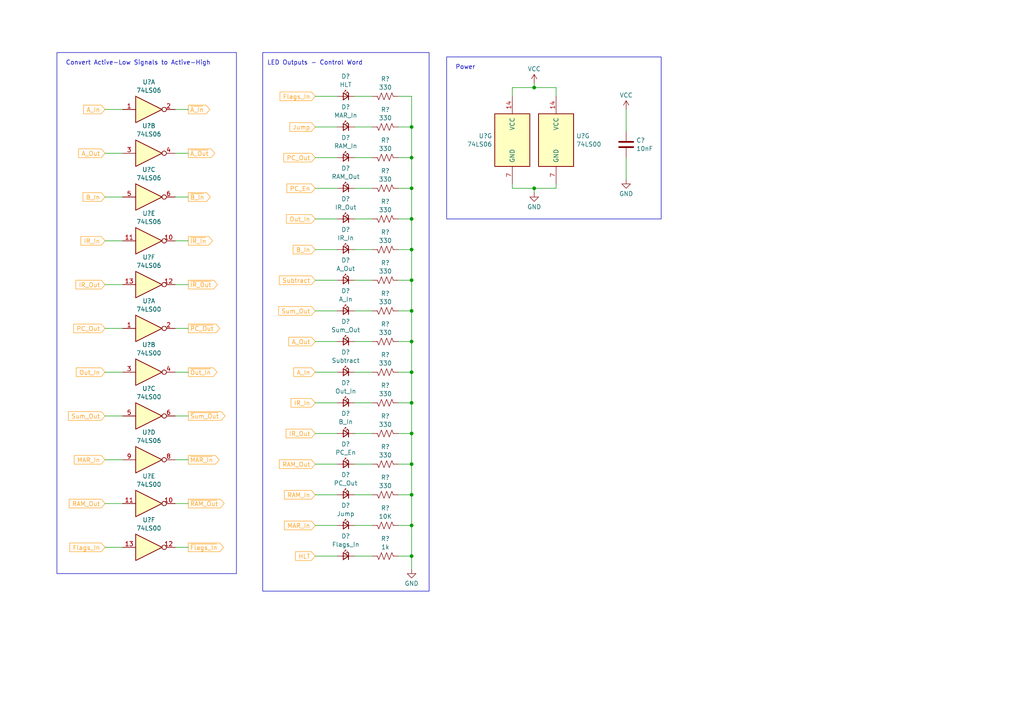
<source format=kicad_sch>
(kicad_sch (version 20230121) (generator eeschema)
  (paper "A4")
  (title_block (title "Control Word") (date "2024-01-22") (rev "1.0"))
  (lib_symbols
    (symbol "74xx:74LS06" (pin_names (offset 1.016))
      (property "Reference" "U" (at 0 1.27 0))
      (property "Value" "74LS06" (at 0 -1.27 0))
      (symbol "74LS06_1_0"
        (polyline (pts (xy -3.81 3.81) (xy -3.81 -3.81) (xy 3.81 0) (xy -3.81 3.81)) (stroke (width 0.254)) (fill (type background)))
        (pin input line (at -7.62 0 0) (length 3.81) (name "~") (number "1"))
        (pin open_collector inverted (at 7.62 0 180) (length 3.81) (name "~") (number "2"))
      )
      (symbol "74LS06_2_0"
        (polyline (pts (xy -3.81 3.81) (xy -3.81 -3.81) (xy 3.81 0) (xy -3.81 3.81)) (stroke (width 0.254)) (fill (type background)))
        (pin input line (at -7.62 0 0) (length 3.81) (name "~") (number "3"))
        (pin open_collector inverted (at 7.62 0 180) (length 3.81) (name "~") (number "4"))
      )
      (symbol "74LS06_3_0"
        (polyline (pts (xy -3.81 3.81) (xy -3.81 -3.81) (xy 3.81 0) (xy -3.81 3.81)) (stroke (width 0.254)) (fill (type background)))
        (pin input line (at -7.62 0 0) (length 3.81) (name "~") (number "5"))
        (pin open_collector inverted (at 7.62 0 180) (length 3.81) (name "~") (number "6"))
      )
      (symbol "74LS06_4_0"
        (polyline (pts (xy -3.81 3.81) (xy -3.81 -3.81) (xy 3.81 0) (xy -3.81 3.81)) (stroke (width 0.254)) (fill (type background)))
        (pin open_collector inverted (at 7.62 0 180) (length 3.81) (name "~") (number "8"))
        (pin input line (at -7.62 0 0) (length 3.81) (name "~") (number "9"))
      )
      (symbol "74LS06_5_0"
        (polyline (pts (xy -3.81 3.81) (xy -3.81 -3.81) (xy 3.81 0) (xy -3.81 3.81)) (stroke (width 0.254)) (fill (type background)))
        (pin open_collector inverted (at 7.62 0 180) (length 3.81) (name "~") (number "10"))
        (pin input line (at -7.62 0 0) (length 3.81) (name "~") (number "11"))
      )
      (symbol "74LS06_6_0"
        (polyline (pts (xy -3.81 3.81) (xy -3.81 -3.81) (xy 3.81 0) (xy -3.81 3.81)) (stroke (width 0.254)) (fill (type background)))
        (pin open_collector inverted (at 7.62 0 180) (length 3.81) (name "~") (number "12"))
        (pin input line (at -7.62 0 0) (length 3.81) (name "~") (number "13"))
      )
      (symbol "74LS06_7_0"
        (pin power_in line (at 0 12.7 270) (length 5.08) (name "VCC") (number "14"))
        (pin power_in line (at 0 -12.7 90) (length 5.08) (name "GND") (number "7"))
      )
      (symbol "74LS06_7_1"
        (rectangle (start -5.08 7.62) (end 5.08 -7.62) (stroke (width 0.254)) (fill (type background)))
      )
    )
    (symbol "Device:C" (pin_numbers hide) (pin_names (offset 0.254))
      (property "Reference" "C" (at 0.635 2.54 0))
      (property "Value" "C" (at 0.635 -2.54 0))
      (symbol "C_0_1"
        (polyline (pts (xy -2.032 -0.762) (xy 2.032 -0.762)) (stroke (width 0.508)))
        (polyline (pts (xy -2.032 0.762) (xy 2.032 0.762)) (stroke (width 0.508)))
      )
      (symbol "C_1_1"
        (pin passive line (at 0 3.81 270) (length 2.794) (name "~") (number "1"))
        (pin passive line (at 0 -3.81 90) (length 2.794) (name "~") (number "2"))
      )
    )
    (symbol "Device:LED_Small" (pin_numbers hide) (pin_names (offset 0.254) hide)
      (property "Reference" "D" (at -1.27 3.175 0))
      (property "Value" "LED_Small" (at -4.445 -2.54 0))
      (symbol "LED_Small_0_1"
        (polyline (pts (xy -0.762 -1.016) (xy -0.762 1.016)) (stroke (width 0.254)))
        (polyline (pts (xy 1.016 0) (xy -0.762 0)))
        (polyline (pts (xy 0.762 -1.016) (xy -0.762 0) (xy 0.762 1.016) (xy 0.762 -1.016)) (stroke (width 0.254)))
        (polyline (pts (xy 0 0.762) (xy -0.508 1.27) (xy -0.254 1.27) (xy -0.508 1.27) (xy -0.508 1.016)))
        (polyline (pts (xy 0.508 1.27) (xy 0 1.778) (xy 0.254 1.778) (xy 0 1.778) (xy 0 1.524)))
      )
      (symbol "LED_Small_1_1"
        (pin passive line (at -2.54 0 0) (length 1.778) (name "K") (number "1"))
        (pin passive line (at 2.54 0 180) (length 1.778) (name "A") (number "2"))
      )
    )
    (symbol "Device:R_US" (pin_numbers hide) (pin_names (offset 0))
      (property "Reference" "R" (at 2.54 0 90))
      (property "Value" "R_US" (at -2.54 0 90))
      (symbol "R_US_0_1"
        (polyline (pts (xy 0 -2.286) (xy 0 -2.54)))
        (polyline (pts (xy 0 2.286) (xy 0 2.54)))
        (polyline (pts (xy 0 -0.762) (xy 1.016 -1.143) (xy 0 -1.524) (xy -1.016 -1.905) (xy 0 -2.286)))
        (polyline (pts (xy 0 0.762) (xy 1.016 0.381) (xy 0 0) (xy -1.016 -0.381) (xy 0 -0.762)))
        (polyline (pts (xy 0 2.286) (xy 1.016 1.905) (xy 0 1.524) (xy -1.016 1.143) (xy 0 0.762)))
      )
      (symbol "R_US_1_1"
        (pin passive line (at 0 3.81 270) (length 1.27) (name "~") (number "1"))
        (pin passive line (at 0 -3.81 90) (length 1.27) (name "~") (number "2"))
      )
    )
    (symbol "power:GND" (power) (pin_names (offset 0))
      (property "Value" "GND" (at 0 -3.81 0))
      (symbol "GND_0_1"
        (polyline (pts (xy 0 0) (xy 0 -1.27) (xy 1.27 -1.27) (xy 0 -2.54) (xy -1.27 -1.27) (xy 0 -1.27)))
      )
      (symbol "GND_1_1"
        (pin power_in line (at 0 0 270) (length 0) hide (name "GND") (number "1"))
      )
    )
    (symbol "power:VCC" (power) (pin_names (offset 0))
      (property "Value" "VCC" (at 0 3.81 0))
      (symbol "VCC_0_1"
        (polyline (pts (xy -0.762 1.27) (xy 0 2.54)))
        (polyline (pts (xy 0 0) (xy 0 2.54)))
        (polyline (pts (xy 0 2.54) (xy 0.762 1.27)))
      )
      (symbol "VCC_1_1"
        (pin power_in line (at 0 0 90) (length 0) hide (name "VCC") (number "1"))
      )
    )
  )
  (junction (at 119.38 72.39))
  (junction (at 119.38 143.51))
  (junction (at 119.38 134.62))
  (junction (at 119.38 152.4))
  (junction (at 119.38 107.95))
  (junction (at 119.38 125.73))
  (junction (at 154.94 54.61))
  (junction (at 119.38 90.17))
  (junction (at 119.38 36.83))
  (junction (at 119.38 116.84))
  (junction (at 154.94 25.4))
  (junction (at 119.38 99.06))
  (junction (at 119.38 63.5))
  (junction (at 119.38 161.29))
  (junction (at 119.38 54.61))
  (junction (at 119.38 45.72))
  (junction (at 119.38 81.28))
  (wire (pts (xy 50.8 31.75) (xy 54.61 31.75)))
  (wire (pts (xy 91.44 90.17) (xy 97.79 90.17)))
  (wire (pts (xy 91.44 27.94) (xy 97.79 27.94)))
  (wire (pts (xy 102.87 116.84) (xy 107.95 116.84)))
  (wire (pts (xy 154.94 54.61) (xy 161.29 54.61)))
  (wire (pts (xy 115.57 81.28) (xy 119.38 81.28)))
  (wire (pts (xy 102.87 54.61) (xy 107.95 54.61)))
  (wire (pts (xy 30.48 69.85) (xy 35.56 69.85)))
  (wire (pts (xy 161.29 54.61) (xy 161.29 53.34)))
  (wire (pts (xy 119.38 72.39) (xy 119.38 63.5)))
  (wire (pts (xy 91.44 54.61) (xy 97.79 54.61)))
  (wire (pts (xy 91.44 116.84) (xy 97.79 116.84)))
  (wire (pts (xy 181.61 31.75) (xy 181.61 38.1)))
  (wire (pts (xy 115.57 152.4) (xy 119.38 152.4)))
  (wire (pts (xy 50.8 57.15) (xy 54.61 57.15)))
  (wire (pts (xy 115.57 36.83) (xy 119.38 36.83)))
  (wire (pts (xy 148.59 25.4) (xy 148.59 27.94)))
  (wire (pts (xy 50.8 44.45) (xy 54.61 44.45)))
  (wire (pts (xy 50.8 146.05) (xy 54.61 146.05)))
  (wire (pts (xy 91.44 36.83) (xy 97.79 36.83)))
  (wire (pts (xy 119.38 143.51) (xy 119.38 134.62)))
  (wire (pts (xy 119.38 161.29) (xy 119.38 152.4)))
  (wire (pts (xy 91.44 72.39) (xy 97.79 72.39)))
  (wire (pts (xy 161.29 27.94) (xy 161.29 25.4)))
  (wire (pts (xy 102.87 72.39) (xy 107.95 72.39)))
  (wire (pts (xy 119.38 90.17) (xy 119.38 81.28)))
  (wire (pts (xy 119.38 152.4) (xy 119.38 143.51)))
  (wire (pts (xy 115.57 45.72) (xy 119.38 45.72)))
  (wire (pts (xy 115.57 161.29) (xy 119.38 161.29)))
  (wire (pts (xy 30.48 133.35) (xy 35.56 133.35)))
  (wire (pts (xy 50.8 158.75) (xy 54.61 158.75)))
  (wire (pts (xy 91.44 125.73) (xy 97.79 125.73)))
  (wire (pts (xy 30.48 44.45) (xy 35.56 44.45)))
  (wire (pts (xy 50.8 82.55) (xy 54.61 82.55)))
  (wire (pts (xy 30.48 158.75) (xy 35.56 158.75)))
  (wire (pts (xy 115.57 27.94) (xy 119.38 27.94)))
  (wire (pts (xy 115.57 90.17) (xy 119.38 90.17)))
  (wire (pts (xy 91.44 81.28) (xy 97.79 81.28)))
  (wire (pts (xy 50.8 133.35) (xy 54.61 133.35)))
  (wire (pts (xy 30.48 31.75) (xy 35.56 31.75)))
  (wire (pts (xy 102.87 152.4) (xy 107.95 152.4)))
  (wire (pts (xy 148.59 53.34) (xy 148.59 54.61)))
  (wire (pts (xy 91.44 134.62) (xy 97.79 134.62)))
  (wire (pts (xy 102.87 107.95) (xy 107.95 107.95)))
  (wire (pts (xy 119.38 54.61) (xy 119.38 45.72)))
  (wire (pts (xy 102.87 45.72) (xy 107.95 45.72)))
  (wire (pts (xy 119.38 107.95) (xy 119.38 99.06)))
  (wire (pts (xy 102.87 99.06) (xy 107.95 99.06)))
  (wire (pts (xy 154.94 25.4) (xy 148.59 25.4)))
  (wire (pts (xy 119.38 116.84) (xy 119.38 107.95)))
  (wire (pts (xy 115.57 72.39) (xy 119.38 72.39)))
  (wire (pts (xy 115.57 125.73) (xy 119.38 125.73)))
  (wire (pts (xy 91.44 45.72) (xy 97.79 45.72)))
  (wire (pts (xy 115.57 116.84) (xy 119.38 116.84)))
  (wire (pts (xy 102.87 36.83) (xy 107.95 36.83)))
  (wire (pts (xy 119.38 161.29) (xy 119.38 165.1)))
  (wire (pts (xy 115.57 107.95) (xy 119.38 107.95)))
  (wire (pts (xy 91.44 107.95) (xy 97.79 107.95)))
  (wire (pts (xy 115.57 134.62) (xy 119.38 134.62)))
  (wire (pts (xy 119.38 125.73) (xy 119.38 116.84)))
  (wire (pts (xy 50.8 69.85) (xy 54.61 69.85)))
  (wire (pts (xy 115.57 99.06) (xy 119.38 99.06)))
  (wire (pts (xy 119.38 63.5) (xy 119.38 54.61)))
  (wire (pts (xy 115.57 63.5) (xy 119.38 63.5)))
  (wire (pts (xy 154.94 55.88) (xy 154.94 54.61)))
  (wire (pts (xy 50.8 120.65) (xy 54.61 120.65)))
  (wire (pts (xy 181.61 45.72) (xy 181.61 52.07)))
  (wire (pts (xy 119.38 45.72) (xy 119.38 36.83)))
  (wire (pts (xy 119.38 27.94) (xy 119.38 36.83)))
  (wire (pts (xy 102.87 125.73) (xy 107.95 125.73)))
  (wire (pts (xy 154.94 24.13) (xy 154.94 25.4)))
  (wire (pts (xy 102.87 134.62) (xy 107.95 134.62)))
  (wire (pts (xy 91.44 161.29) (xy 97.79 161.29)))
  (wire (pts (xy 102.87 81.28) (xy 107.95 81.28)))
  (wire (pts (xy 102.87 161.29) (xy 107.95 161.29)))
  (wire (pts (xy 30.48 107.95) (xy 35.56 107.95)))
  (wire (pts (xy 115.57 54.61) (xy 119.38 54.61)))
  (wire (pts (xy 102.87 63.5) (xy 107.95 63.5)))
  (wire (pts (xy 30.48 120.65) (xy 35.56 120.65)))
  (wire (pts (xy 102.87 27.94) (xy 107.95 27.94)))
  (wire (pts (xy 115.57 143.51) (xy 119.38 143.51)))
  (wire (pts (xy 102.87 143.51) (xy 107.95 143.51)))
  (wire (pts (xy 119.38 134.62) (xy 119.38 125.73)))
  (wire (pts (xy 30.48 95.25) (xy 35.56 95.25)))
  (wire (pts (xy 30.48 82.55) (xy 35.56 82.55)))
  (wire (pts (xy 161.29 25.4) (xy 154.94 25.4)))
  (wire (pts (xy 119.38 99.06) (xy 119.38 90.17)))
  (wire (pts (xy 91.44 143.51) (xy 97.79 143.51)))
  (wire (pts (xy 91.44 99.06) (xy 97.79 99.06)))
  (wire (pts (xy 91.44 63.5) (xy 97.79 63.5)))
  (wire (pts (xy 148.59 54.61) (xy 154.94 54.61)))
  (wire (pts (xy 50.8 95.25) (xy 54.61 95.25)))
  (wire (pts (xy 119.38 81.28) (xy 119.38 72.39)))
  (wire (pts (xy 102.87 90.17) (xy 107.95 90.17)))
  (wire (pts (xy 50.8 107.95) (xy 54.61 107.95)))
  (wire (pts (xy 30.48 57.15) (xy 35.56 57.15)))
  (wire (pts (xy 30.48 146.05) (xy 35.56 146.05)))
  (wire (pts (xy 91.44 152.4) (xy 97.79 152.4)))
  (rectangle (start 16.51 15.24) (end 68.58 166.37))
  (rectangle (start 129.54 16.51) (end 191.77 63.5))
  (rectangle (start 76.2 15.24) (end 124.46 171.45))
  (text "Convert Active-Low Signals to Active-High\n" (at 19.05 19.05 0) (effects (font (size 1.27 1.27)) (justify left bottom)))
  (text "Power" (at 132.08 20.32 0) (effects (font (size 1.27 1.27)) (justify left bottom)))
  (text "LED Outputs - Control Word" (at 77.47 19.05 0) (effects (font (size 1.27 1.27)) (justify left bottom)))
  (global_label "~{Out_In}" (shape output) (at 54.61 107.95 0) (property "Intersheetrefs" "${INTERSHEET_REFS}" (effects hide)))
  (global_label "B_In" (shape input) (at 91.44 72.39 180) (property "Intersheetrefs" "${INTERSHEET_REFS}" (effects hide)))
  (global_label "Flags_In" (shape input) (at 91.44 27.94 180) (property "Intersheetrefs" "${INTERSHEET_REFS}" (effects hide)))
  (global_label "~{IR_Out}" (shape output) (at 54.61 82.55 0) (property "Intersheetrefs" "${INTERSHEET_REFS}" (effects hide)))
  (global_label "~{A_In}" (shape output) (at 54.61 31.75 0) (property "Intersheetrefs" "${INTERSHEET_REFS}" (effects hide)))
  (global_label "PC_Out" (shape input) (at 91.44 45.72 180) (property "Intersheetrefs" "${INTERSHEET_REFS}" (effects hide)))
  (global_label "HLT" (shape input) (at 91.44 161.29 180) (property "Intersheetrefs" "${INTERSHEET_REFS}" (effects hide)))
  (global_label "PC_En" (shape input) (at 91.44 54.61 180) (property "Intersheetrefs" "${INTERSHEET_REFS}" (effects hide)))
  (global_label "~{PC_Out}" (shape output) (at 54.61 95.25 0) (property "Intersheetrefs" "${INTERSHEET_REFS}" (effects hide)))
  (global_label "Sum_Out" (shape input) (at 91.44 90.17 180) (property "Intersheetrefs" "${INTERSHEET_REFS}" (effects hide)))
  (global_label "~{Flags_In}" (shape output) (at 54.61 158.75 0) (property "Intersheetrefs" "${INTERSHEET_REFS}" (effects hide)))
  (global_label "~{B_In}" (shape output) (at 54.61 57.15 0) (property "Intersheetrefs" "${INTERSHEET_REFS}" (effects hide)))
  (global_label "~{A_Out}" (shape output) (at 54.61 44.45 0) (property "Intersheetrefs" "${INTERSHEET_REFS}" (effects hide)))
  (global_label "IR_Out" (shape input) (at 91.44 125.73 180) (property "Intersheetrefs" "${INTERSHEET_REFS}" (effects hide)))
  (global_label "IR_In" (shape input) (at 91.44 116.84 180) (property "Intersheetrefs" "${INTERSHEET_REFS}" (effects hide)))
  (global_label "IR_In" (shape input) (at 30.48 69.85 180) (property "Intersheetrefs" "${INTERSHEET_REFS}" (effects hide)))
  (global_label "B_In" (shape input) (at 30.48 57.15 180) (property "Intersheetrefs" "${INTERSHEET_REFS}" (effects hide)))
  (global_label "MAR_In" (shape input) (at 91.44 152.4 180) (property "Intersheetrefs" "${INTERSHEET_REFS}" (effects hide)))
  (global_label "~{MAR_In}" (shape output) (at 54.61 133.35 0) (property "Intersheetrefs" "${INTERSHEET_REFS}" (effects hide)))
  (global_label "RAM_In" (shape input) (at 91.44 143.51 180) (property "Intersheetrefs" "${INTERSHEET_REFS}" (effects hide)))
  (global_label "A_Out" (shape input) (at 91.44 99.06 180) (property "Intersheetrefs" "${INTERSHEET_REFS}" (effects hide)))
  (global_label "Out_In" (shape input) (at 91.44 63.5 180) (property "Intersheetrefs" "${INTERSHEET_REFS}" (effects hide)))
  (global_label "Sum_Out" (shape input) (at 30.48 120.65 180) (property "Intersheetrefs" "${INTERSHEET_REFS}" (effects hide)))
  (global_label "~{Sum_Out}" (shape output) (at 54.61 120.65 0) (property "Intersheetrefs" "${INTERSHEET_REFS}" (effects hide)))
  (global_label "A_In" (shape input) (at 30.48 31.75 180) (property "Intersheetrefs" "${INTERSHEET_REFS}" (effects hide)))
  (global_label "~{IR_In}" (shape output) (at 54.61 69.85 0) (property "Intersheetrefs" "${INTERSHEET_REFS}" (effects hide)))
  (global_label "RAM_Out" (shape input) (at 30.48 146.05 180) (property "Intersheetrefs" "${INTERSHEET_REFS}" (effects hide)))
  (global_label "Subtract" (shape input) (at 91.44 81.28 180) (property "Intersheetrefs" "${INTERSHEET_REFS}" (effects hide)))
  (global_label "Out_In" (shape input) (at 30.48 107.95 180) (property "Intersheetrefs" "${INTERSHEET_REFS}" (effects hide)))
  (global_label "A_In" (shape input) (at 91.44 107.95 180) (property "Intersheetrefs" "${INTERSHEET_REFS}" (effects hide)))
  (global_label "RAM_Out" (shape input) (at 91.44 134.62 180) (property "Intersheetrefs" "${INTERSHEET_REFS}" (effects hide)))
  (global_label "MAR_In" (shape input) (at 30.48 133.35 180) (property "Intersheetrefs" "${INTERSHEET_REFS}" (effects hide)))
  (global_label "Jump" (shape input) (at 91.44 36.83 180) (property "Intersheetrefs" "${INTERSHEET_REFS}" (effects hide)))
  (global_label "A_Out" (shape input) (at 30.48 44.45 180) (property "Intersheetrefs" "${INTERSHEET_REFS}" (effects hide)))
  (global_label "Flags_In" (shape input) (at 30.48 158.75 180) (property "Intersheetrefs" "${INTERSHEET_REFS}" (effects hide)))
  (global_label "PC_Out" (shape input) (at 30.48 95.25 180) (property "Intersheetrefs" "${INTERSHEET_REFS}" (effects hide)))
  (global_label "IR_Out" (shape input) (at 30.48 82.55 180) (property "Intersheetrefs" "${INTERSHEET_REFS}" (effects hide)))
  (global_label "~{RAM_Out}" (shape output) (at 54.61 146.05 0) (property "Intersheetrefs" "${INTERSHEET_REFS}" (effects hide)))
  (symbol (lib_id "Device:LED_Small") (at 100.33 27.94 0) (mirror y) (unit 1)
    (property "Reference" "D?" (at 100.2665 22.1447 0))
    (property "Value" "HLT" (at 100.2665 24.5689 0))
    (property "Footprint" "LED_THT:LED_D5.0mm" (effects hide))
  )
  (symbol (lib_id "Device:R_US") (at 111.76 54.61 90) (mirror x) (unit 1)
    (property "Reference" "R?" (at 111.76 49.5767 90))
    (property "Value" "330" (at 111.76 52.0009 90))
    (property "Footprint" "Resistor_THT:R_Axial_DIN0207_L6.3mm_D2.5mm_P7.62mm_Horizontal" (effects hide))
  )
  (symbol (lib_id "74xx:74LS06") (at 161.29 40.64 0) (unit 7)
    (property "Reference" "U?" (at 167.132 39.4279 0) (effects (justify left)))
    (property "Value" "74LS00" (at 167.132 41.8521 0) (effects (justify left)))
    (property "Footprint" "Package_DIP:DIP-14_W7.62mm" (effects hide))
    (property "Datasheet" "http://www.ti.com/lit/gpn/sn74LS06" (effects hide))
  )
  (symbol (lib_id "Device:R_US") (at 111.76 27.94 90) (mirror x) (unit 1)
    (property "Reference" "R?" (at 111.76 22.9067 90))
    (property "Value" "330" (at 111.76 25.3309 90))
    (property "Footprint" "Resistor_THT:R_Axial_DIN0207_L6.3mm_D2.5mm_P7.62mm_Horizontal" (effects hide))
  )
  (symbol (lib_id "Device:R_US") (at 111.76 116.84 90) (mirror x) (unit 1)
    (property "Reference" "R?" (at 111.76 111.8067 90))
    (property "Value" "330" (at 111.76 114.2309 90))
    (property "Footprint" "Resistor_THT:R_Axial_DIN0207_L6.3mm_D2.5mm_P7.62mm_Horizontal" (effects hide))
  )
  (symbol (lib_id "Device:R_US") (at 111.76 72.39 90) (mirror x) (unit 1)
    (property "Reference" "R?" (at 111.76 67.3567 90))
    (property "Value" "330" (at 111.76 69.7809 90))
    (property "Footprint" "Resistor_THT:R_Axial_DIN0207_L6.3mm_D2.5mm_P7.62mm_Horizontal" (effects hide))
  )
  (symbol (lib_id "74xx:74LS06") (at 43.18 44.45 0) (unit 2)
    (property "Reference" "U?" (at 43.18 36.4957 0))
    (property "Value" "74LS06" (at 43.18 38.9199 0))
    (property "Footprint" "Package_DIP:DIP-14_W7.62mm" (effects hide))
    (property "Datasheet" "http://www.ti.com/lit/gpn/sn74LS06" (effects hide))
  )
  (symbol (lib_id "74xx:74LS06") (at 43.18 95.25 0) (unit 1)
    (property "Reference" "U?" (at 43.18 87.2957 0))
    (property "Value" "74LS00" (at 43.18 89.7199 0))
    (property "Footprint" "Package_DIP:DIP-14_W7.62mm" (effects hide))
    (property "Datasheet" "http://www.ti.com/lit/gpn/sn74LS06" (effects hide))
  )
  (symbol (lib_id "Device:R_US") (at 111.76 134.62 90) (mirror x) (unit 1)
    (property "Reference" "R?" (at 111.76 129.5867 90))
    (property "Value" "330" (at 111.76 132.0109 90))
    (property "Footprint" "Resistor_THT:R_Axial_DIN0207_L6.3mm_D2.5mm_P7.62mm_Horizontal" (effects hide))
  )
  (symbol (lib_id "74xx:74LS06") (at 43.18 31.75 0) (unit 1)
    (property "Reference" "U?" (at 43.18 23.7957 0))
    (property "Value" "74LS06" (at 43.18 26.2199 0))
    (property "Footprint" "Package_DIP:DIP-14_W7.62mm" (effects hide))
    (property "Datasheet" "http://www.ti.com/lit/gpn/sn74LS06" (effects hide))
  )
  (symbol (lib_id "power:GND") (at 154.94 55.88 0) (unit 1)
    (property "Reference" "#PWR?" (effects hide))
    (property "Value" "GND" (at 154.94 60.0131 0))
  )
  (symbol (lib_id "Device:R_US") (at 111.76 63.5 90) (mirror x) (unit 1)
    (property "Reference" "R?" (at 111.76 58.4667 90))
    (property "Value" "330" (at 111.76 60.8909 90))
    (property "Footprint" "Resistor_THT:R_Axial_DIN0207_L6.3mm_D2.5mm_P7.62mm_Horizontal" (effects hide))
  )
  (symbol (lib_id "Device:LED_Small") (at 100.33 116.84 0) (mirror y) (unit 1)
    (property "Reference" "D?" (at 100.2665 111.0447 0))
    (property "Value" "Out_In" (at 100.2665 113.4689 0))
    (property "Footprint" "LED_THT:LED_D5.0mm" (effects hide))
  )
  (symbol (lib_id "Device:R_US") (at 111.76 99.06 90) (mirror x) (unit 1)
    (property "Reference" "R?" (at 111.76 94.0267 90))
    (property "Value" "330" (at 111.76 96.4509 90))
    (property "Footprint" "Resistor_THT:R_Axial_DIN0207_L6.3mm_D2.5mm_P7.62mm_Horizontal" (effects hide))
  )
  (symbol (lib_id "Device:C") (at 181.61 41.91 0) (unit 1)
    (property "Reference" "C?" (at 184.531 40.6979 0) (effects (justify left)))
    (property "Value" "10nF" (at 184.531 43.1221 0) (effects (justify left)))
    (property "Footprint" "Capacitor_THT:C_Disc_D3.4mm_W2.1mm_P2.50mm" (effects hide))
  )
  (symbol (lib_id "74xx:74LS06") (at 43.18 120.65 0) (unit 3)
    (property "Reference" "U?" (at 43.18 112.6957 0))
    (property "Value" "74LS00" (at 43.18 115.1199 0))
    (property "Footprint" "Package_DIP:DIP-14_W7.62mm" (effects hide))
    (property "Datasheet" "http://www.ti.com/lit/gpn/sn74LS06" (effects hide))
  )
  (symbol (lib_id "Device:R_US") (at 111.76 90.17 90) (mirror x) (unit 1)
    (property "Reference" "R?" (at 111.76 85.1367 90))
    (property "Value" "330" (at 111.76 87.5609 90))
    (property "Footprint" "Resistor_THT:R_Axial_DIN0207_L6.3mm_D2.5mm_P7.62mm_Horizontal" (effects hide))
  )
  (symbol (lib_id "Device:R_US") (at 111.76 125.73 90) (mirror x) (unit 1)
    (property "Reference" "R?" (at 111.76 120.6967 90))
    (property "Value" "330" (at 111.76 123.1209 90))
    (property "Footprint" "Resistor_THT:R_Axial_DIN0207_L6.3mm_D2.5mm_P7.62mm_Horizontal" (effects hide))
  )
  (symbol (lib_id "Device:R_US") (at 111.76 161.29 90) (mirror x) (unit 1)
    (property "Reference" "R?" (at 111.76 156.2567 90))
    (property "Value" "1k" (at 111.76 158.6809 90))
    (property "Footprint" "Resistor_THT:R_Axial_DIN0207_L6.3mm_D2.5mm_P7.62mm_Horizontal" (effects hide))
  )
  (symbol (lib_id "Device:LED_Small") (at 100.33 161.29 0) (mirror y) (unit 1)
    (property "Reference" "D?" (at 100.2665 155.4947 0))
    (property "Value" "Flags_In" (at 100.2665 157.9189 0))
    (property "Footprint" "LED_THT:LED_D5.0mm" (effects hide))
  )
  (symbol (lib_id "power:GND") (at 119.38 165.1 0) (unit 1)
    (property "Reference" "#PWR?" (effects hide))
    (property "Value" "GND" (at 119.38 169.2331 0))
  )
  (symbol (lib_id "power:VCC") (at 181.61 31.75 0) (unit 1)
    (property "Reference" "#PWR?" (effects hide))
    (property "Value" "VCC" (at 181.61 27.6169 0))
  )
  (symbol (lib_id "74xx:74LS06") (at 43.18 133.35 0) (unit 4)
    (property "Reference" "U?" (at 43.18 125.3957 0))
    (property "Value" "74LS06" (at 43.18 127.8199 0))
    (property "Footprint" "Package_DIP:DIP-14_W7.62mm" (effects hide))
    (property "Datasheet" "http://www.ti.com/lit/gpn/sn74LS06" (effects hide))
  )
  (symbol (lib_id "74xx:74LS06") (at 43.18 107.95 0) (unit 2)
    (property "Reference" "U?" (at 43.18 99.9957 0))
    (property "Value" "74LS00" (at 43.18 102.4199 0))
    (property "Footprint" "Package_DIP:DIP-14_W7.62mm" (effects hide))
    (property "Datasheet" "http://www.ti.com/lit/gpn/sn74LS06" (effects hide))
  )
  (symbol (lib_id "74xx:74LS06") (at 148.59 40.64 0) (unit 7)
    (property "Reference" "U?" (at 142.748 39.4279 0) (effects (justify right)))
    (property "Value" "74LS06" (at 142.748 41.8521 0) (effects (justify right)))
    (property "Footprint" "Package_DIP:DIP-14_W7.62mm" (effects hide))
    (property "Datasheet" "http://www.ti.com/lit/gpn/sn74LS06" (effects hide))
  )
  (symbol (lib_id "74xx:74LS06") (at 43.18 69.85 0) (unit 5)
    (property "Reference" "U?" (at 43.18 61.8957 0))
    (property "Value" "74LS06" (at 43.18 64.3199 0))
    (property "Footprint" "Package_DIP:DIP-14_W7.62mm" (effects hide))
    (property "Datasheet" "http://www.ti.com/lit/gpn/sn74LS06" (effects hide))
  )
  (symbol (lib_id "Device:R_US") (at 111.76 45.72 90) (mirror x) (unit 1)
    (property "Reference" "R?" (at 111.76 40.6867 90))
    (property "Value" "330" (at 111.76 43.1109 90))
    (property "Footprint" "Resistor_THT:R_Axial_DIN0207_L6.3mm_D2.5mm_P7.62mm_Horizontal" (effects hide))
  )
  (symbol (lib_id "Device:LED_Small") (at 100.33 125.73 0) (mirror y) (unit 1)
    (property "Reference" "D?" (at 100.2665 119.9347 0))
    (property "Value" "B_In" (at 100.2665 122.3589 0))
    (property "Footprint" "LED_THT:LED_D5.0mm" (effects hide))
  )
  (symbol (lib_id "Device:R_US") (at 111.76 36.83 90) (mirror x) (unit 1)
    (property "Reference" "R?" (at 111.76 31.7967 90))
    (property "Value" "330" (at 111.76 34.2209 90))
    (property "Footprint" "Resistor_THT:R_Axial_DIN0207_L6.3mm_D2.5mm_P7.62mm_Horizontal" (effects hide))
  )
  (symbol (lib_id "Device:LED_Small") (at 100.33 99.06 0) (mirror y) (unit 1)
    (property "Reference" "D?" (at 100.2665 93.2647 0))
    (property "Value" "Sum_Out" (at 100.2665 95.6889 0))
    (property "Footprint" "LED_THT:LED_D5.0mm" (effects hide))
  )
  (symbol (lib_id "74xx:74LS06") (at 43.18 158.75 0) (unit 6)
    (property "Reference" "U?" (at 43.18 150.7957 0))
    (property "Value" "74LS00" (at 43.18 153.2199 0))
    (property "Footprint" "Package_DIP:DIP-14_W7.62mm" (effects hide))
    (property "Datasheet" "http://www.ti.com/lit/gpn/sn74LS06" (effects hide))
  )
  (symbol (lib_id "Device:LED_Small") (at 100.33 107.95 0) (mirror y) (unit 1)
    (property "Reference" "D?" (at 100.2665 102.1547 0))
    (property "Value" "Subtract" (at 100.2665 104.5789 0))
    (property "Footprint" "LED_THT:LED_D5.0mm" (effects hide))
  )
  (symbol (lib_id "Device:LED_Small") (at 100.33 54.61 0) (mirror y) (unit 1)
    (property "Reference" "D?" (at 100.2665 48.8147 0))
    (property "Value" "RAM_Out" (at 100.2665 51.2389 0))
    (property "Footprint" "LED_THT:LED_D5.0mm" (effects hide))
  )
  (symbol (lib_id "power:VCC") (at 154.94 24.13 0) (unit 1)
    (property "Reference" "#PWR?" (effects hide))
    (property "Value" "VCC" (at 154.94 19.9969 0))
  )
  (symbol (lib_id "Device:R_US") (at 111.76 152.4 90) (mirror x) (unit 1)
    (property "Reference" "R?" (at 111.76 147.3667 90))
    (property "Value" "10K" (at 111.76 149.7909 90))
    (property "Footprint" "Resistor_THT:R_Axial_DIN0207_L6.3mm_D2.5mm_P7.62mm_Horizontal" (effects hide))
  )
  (symbol (lib_id "74xx:74LS06") (at 43.18 57.15 0) (unit 3)
    (property "Reference" "U?" (at 43.18 49.1957 0))
    (property "Value" "74LS06" (at 43.18 51.6199 0))
    (property "Footprint" "Package_DIP:DIP-14_W7.62mm" (effects hide))
    (property "Datasheet" "http://www.ti.com/lit/gpn/sn74LS06" (effects hide))
  )
  (symbol (lib_id "Device:LED_Small") (at 100.33 63.5 0) (mirror y) (unit 1)
    (property "Reference" "D?" (at 100.2665 57.7047 0))
    (property "Value" "IR_Out" (at 100.2665 60.1289 0))
    (property "Footprint" "LED_THT:LED_D5.0mm" (effects hide))
  )
  (symbol (lib_id "Device:LED_Small") (at 100.33 152.4 0) (mirror y) (unit 1)
    (property "Reference" "D?" (at 100.2665 146.6047 0))
    (property "Value" "Jump" (at 100.2665 149.0289 0))
    (property "Footprint" "LED_THT:LED_D5.0mm" (effects hide))
  )
  (symbol (lib_id "Device:LED_Small") (at 100.33 134.62 0) (mirror y) (unit 1)
    (property "Reference" "D?" (at 100.2665 128.8247 0))
    (property "Value" "PC_En" (at 100.2665 131.2489 0))
    (property "Footprint" "LED_THT:LED_D5.0mm" (effects hide))
  )
  (symbol (lib_id "Device:LED_Small") (at 100.33 90.17 0) (mirror y) (unit 1)
    (property "Reference" "D?" (at 100.2665 84.3747 0))
    (property "Value" "A_In" (at 100.2665 86.7989 0))
    (property "Footprint" "LED_THT:LED_D5.0mm" (effects hide))
  )
  (symbol (lib_id "Device:R_US") (at 111.76 143.51 90) (mirror x) (unit 1)
    (property "Reference" "R?" (at 111.76 138.4767 90))
    (property "Value" "330" (at 111.76 140.9009 90))
    (property "Footprint" "Resistor_THT:R_Axial_DIN0207_L6.3mm_D2.5mm_P7.62mm_Horizontal" (effects hide))
  )
  (symbol (lib_id "Device:LED_Small") (at 100.33 36.83 0) (mirror y) (unit 1)
    (property "Reference" "D?" (at 100.2665 31.0347 0))
    (property "Value" "MAR_In" (at 100.2665 33.4589 0))
    (property "Footprint" "LED_THT:LED_D5.0mm" (effects hide))
  )
  (symbol (lib_id "Device:LED_Small") (at 100.33 72.39 0) (mirror y) (unit 1)
    (property "Reference" "D?" (at 100.2665 66.5947 0))
    (property "Value" "IR_In" (at 100.2665 69.0189 0))
    (property "Footprint" "LED_THT:LED_D5.0mm" (effects hide))
  )
  (symbol (lib_id "Device:R_US") (at 111.76 107.95 90) (mirror x) (unit 1)
    (property "Reference" "R?" (at 111.76 102.9167 90))
    (property "Value" "330" (at 111.76 105.3409 90))
    (property "Footprint" "Resistor_THT:R_Axial_DIN0207_L6.3mm_D2.5mm_P7.62mm_Horizontal" (effects hide))
  )
  (symbol (lib_id "74xx:74LS06") (at 43.18 82.55 0) (unit 6)
    (property "Reference" "U?" (at 43.18 74.5957 0))
    (property "Value" "74LS06" (at 43.18 77.0199 0))
    (property "Footprint" "Package_DIP:DIP-14_W7.62mm" (effects hide))
    (property "Datasheet" "http://www.ti.com/lit/gpn/sn74LS06" (effects hide))
  )
  (symbol (lib_id "Device:R_US") (at 111.76 81.28 90) (mirror x) (unit 1)
    (property "Reference" "R?" (at 111.76 76.2467 90))
    (property "Value" "330" (at 111.76 78.6709 90))
    (property "Footprint" "Resistor_THT:R_Axial_DIN0207_L6.3mm_D2.5mm_P7.62mm_Horizontal" (effects hide))
  )
  (symbol (lib_id "Device:LED_Small") (at 100.33 45.72 0) (mirror y) (unit 1)
    (property "Reference" "D?" (at 100.2665 39.9247 0))
    (property "Value" "RAM_In" (at 100.2665 42.3489 0))
    (property "Footprint" "LED_THT:LED_D5.0mm" (effects hide))
  )
  (symbol (lib_id "Device:LED_Small") (at 100.33 81.28 0) (mirror y) (unit 1)
    (property "Reference" "D?" (at 100.2665 75.4847 0))
    (property "Value" "A_Out" (at 100.2665 77.9089 0))
    (property "Footprint" "LED_THT:LED_D5.0mm" (effects hide))
  )
  (symbol (lib_id "power:GND") (at 181.61 52.07 0) (unit 1)
    (property "Reference" "#PWR?" (effects hide))
    (property "Value" "GND" (at 181.61 56.2031 0))
  )
  (symbol (lib_id "74xx:74LS06") (at 43.18 146.05 0) (unit 5)
    (property "Reference" "U?" (at 43.18 138.0957 0))
    (property "Value" "74LS00" (at 43.18 140.5199 0))
    (property "Footprint" "Package_DIP:DIP-14_W7.62mm" (effects hide))
    (property "Datasheet" "http://www.ti.com/lit/gpn/sn74LS06" (effects hide))
  )
  (symbol (lib_id "Device:LED_Small") (at 100.33 143.51 0) (mirror y) (unit 1)
    (property "Reference" "D?" (at 100.2665 137.7147 0))
    (property "Value" "PC_Out" (at 100.2665 140.1389 0))
    (property "Footprint" "LED_THT:LED_D5.0mm" (effects hide))
  )
)
</source>
